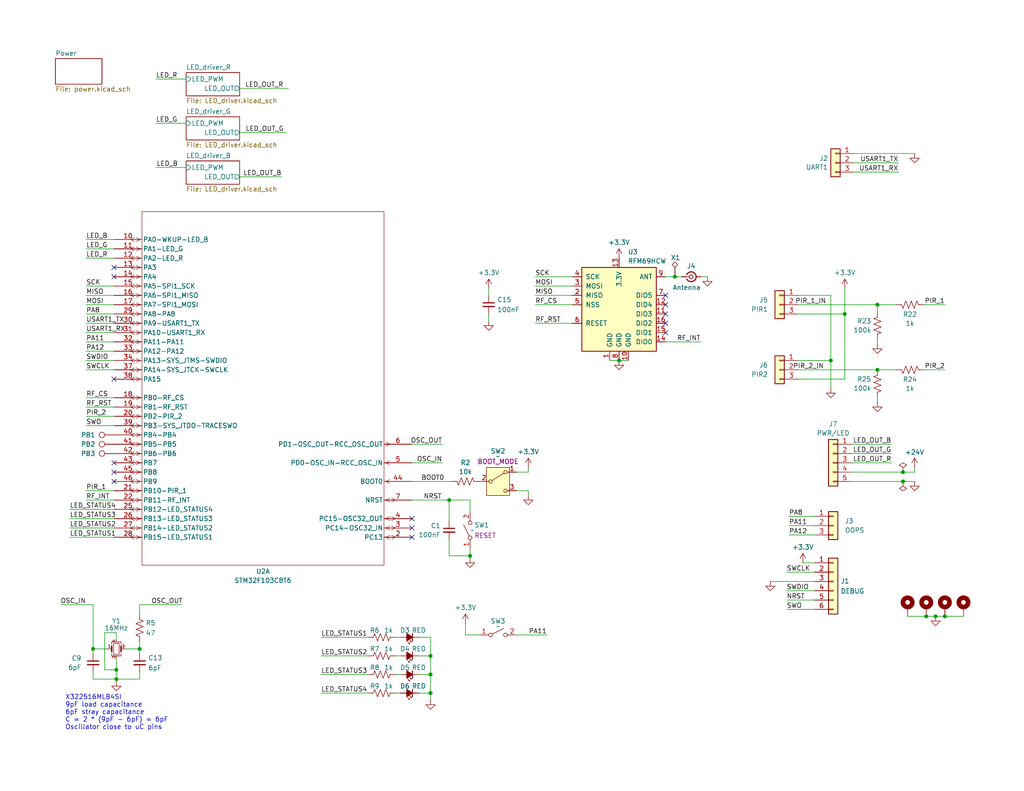
<source format=kicad_sch>
(kicad_sch (version 20231120) (generator "eeschema") (generator_version "8.0")
  (paper "USLetter")
  (title_block (title "AUNISOMA panel controller") (rev "D"))
  (lib_symbols
    (symbol "2024-08-28_21-29-22:STM32F103C8T6" (pin_names (offset 0.254))
      (property "Reference" "U5" (at 40.64 -90.5871 0))
      (property "Value" "STM32F103C8T6" (at 40.64 -93.0724 0))
      (symbol "STM32F103C8T6_1_1"
        (pin output line (at 0 0 0) (length 7.62) (name "PA0-WKUP-LED_B") (number "10"))
        (pin output line (at 0 -2.54 0) (length 7.62) (name "PA1-LED_G") (number "11"))
        (pin output line (at 0 -5.08 0) (length 7.62) (name "PA2-LED_R") (number "12"))
        (pin bidirectional line (at 0 -7.62 0) (length 7.62) (name "PA3") (number "13"))
        (pin output line (at 0 -10.16 0) (length 7.62) (name "PA4") (number "14"))
        (pin output line (at 0 -12.7 0) (length 7.62) (name "PA5-SPI1_SCK") (number "15"))
        (pin input line (at 0 -15.24 0) (length 7.62) (name "PA6-SPI1_MISO") (number "16"))
        (pin output line (at 0 -17.78 0) (length 7.62) (name "PA7-SPI1_MOSI") (number "17"))
        (pin output line (at 0 -43.18 0) (length 7.62) (name "PB0-RF_CS") (number "18"))
        (pin output line (at 0 -45.72 0) (length 7.62) (name "PB1-RF_RST") (number "19"))
        (pin bidirectional line (at 81.28 -81.28 180) (length 7.62) (name "PC13") (number "2"))
        (pin input line (at 0 -48.26 0) (length 7.62) (name "PB2-PIR_2") (number "20"))
        (pin input line (at 0 -68.58 0) (length 7.62) (name "PB10-PIR_1") (number "21"))
        (pin input line (at 0 -71.12 0) (length 7.62) (name "PB11-RF_INT") (number "22"))
        (pin output line (at 0 -73.66 0) (length 7.62) (name "PB12-LED_STATUS4") (number "25"))
        (pin output line (at 0 -76.2 0) (length 7.62) (name "PB13-LED_STATUS3") (number "26"))
        (pin output line (at 0 -78.74 0) (length 7.62) (name "PB14-LED_STATUS2") (number "27"))
        (pin output line (at 0 -81.28 0) (length 7.62) (name "PB15-LED_STATUS1") (number "28"))
        (pin output line (at 0 -20.32 0) (length 7.62) (name "PA8-PA8") (number "29"))
        (pin bidirectional line (at 81.28 -78.74 180) (length 7.62) (name "PC14-OSC32_IN") (number "3"))
        (pin output line (at 0 -22.86 0) (length 7.62) (name "PA9-USART1_TX") (number "30"))
        (pin input line (at 0 -25.4 0) (length 7.62) (name "PA10-USART1_RX") (number "31"))
        (pin output line (at 0 -27.94 0) (length 7.62) (name "PA11-PA11") (number "32"))
        (pin output line (at 0 -30.48 0) (length 7.62) (name "PA12-PA12") (number "33"))
        (pin bidirectional line (at 0 -33.02 0) (length 7.62) (name "PA13-SYS_JTMS-SWDIO") (number "34"))
        (pin input line (at 0 -35.56 0) (length 7.62) (name "PA14-SYS_JTCK-SWCLK") (number "37"))
        (pin bidirectional line (at 0 -38.1 0) (length 7.62) (name "PA15") (number "38"))
        (pin output line (at 0 -50.8 0) (length 7.62) (name "PB3-SYS_JTDO-TRACESWO") (number "39"))
        (pin bidirectional line (at 81.28 -76.2 180) (length 7.62) (name "PC15-OSC32_OUT") (number "4"))
        (pin output line (at 0 -53.34 0) (length 7.62) (name "PB4-PB4") (number "40"))
        (pin output line (at 0 -55.88 0) (length 7.62) (name "PB5-PB5") (number "41"))
        (pin output line (at 0 -58.42 0) (length 7.62) (name "PB6-PB6") (number "42"))
        (pin bidirectional line (at 0 -60.96 0) (length 7.62) (name "PB7") (number "43"))
        (pin input line (at 81.28 -66.04 180) (length 7.62) (name "BOOT0") (number "44"))
        (pin bidirectional line (at 0 -63.5 0) (length 7.62) (name "PB8") (number "45"))
        (pin bidirectional line (at 0 -66.04 0) (length 7.62) (name "PB9") (number "46"))
        (pin bidirectional line (at 81.28 -60.96 180) (length 7.62) (name "PD0-OSC_IN-RCC_OSC_IN") (number "5"))
        (pin bidirectional line (at 81.28 -55.88 180) (length 7.62) (name "PD1-OSC_OUT-RCC_OSC_OUT") (number "6"))
        (pin bidirectional line (at 81.28 -71.12 180) (length 7.62) (name "NRST") (number "7"))
      )
      (symbol "STM32F103C8T6_2_1"
        (pin power_in line (at 45.72 0 180) (length 7.62) (name "VBAT") (number "1"))
        (pin power_in line (at 0 0 0) (length 7.62) (name "VSS_1") (number "23"))
        (pin power_in line (at 45.72 -15.24 180) (length 7.62) (name "VDD_1") (number "24"))
        (pin power_in line (at 0 -2.54 0) (length 7.62) (name "VSS_2") (number "35"))
        (pin power_in line (at 45.72 -12.7 180) (length 7.62) (name "VDD_2") (number "36"))
        (pin power_in line (at 0 -5.08 0) (length 7.62) (name "VSS_3") (number "47"))
        (pin power_in line (at 45.72 -10.16 180) (length 7.62) (name "VDD_3") (number "48"))
        (pin power_in line (at 0 -10.16 0) (length 7.62) (name "VSSA") (number "8"))
        (pin power_in line (at 45.72 -5.08 180) (length 7.62) (name "VDDA") (number "9"))
      )
    )
    (symbol "Connector:Conn_Coaxial_Small" (pin_numbers hide) (pin_names (offset 1.016) hide)
      (property "Reference" "J" (at 0.254 3.048 0))
      (property "Value" "Conn_Coaxial_Small" (at 0 -3.81 0))
      (symbol "Conn_Coaxial_Small_1_1"
        (pin passive line (at -2.54 0 0) (length 1.27) (name "In") (number "1"))
        (pin passive line (at 2.54 0 180) (length 1.27) (name "Ext") (number "2"))
      )
    )
    (symbol "Connector:TestPoint" (pin_numbers hide) (pin_names (offset 0.762) hide)
      (property "Reference" "TP" (at 0 6.858 0))
      (property "Value" "TestPoint" (at 0 5.08 0))
      (symbol "TestPoint_1_1"
        (pin passive line (at 0 0 90) (length 2.54) (name "1") (number "1"))
      )
    )
    (symbol "Connector:TestPoint_Alt" (pin_numbers hide) (pin_names (offset 0.762) hide)
      (property "Reference" "TP" (at 0 6.858 0))
      (property "Value" "TestPoint_Alt" (at 0 5.08 0))
      (symbol "TestPoint_Alt_1_1"
        (pin passive line (at 0 0 90) (length 2.54) (name "1") (number "1"))
      )
    )
    (symbol "Connector_Generic:Conn_01x03" (pin_names (offset 1.016) hide)
      (property "Reference" "J" (at 0 5.08 0))
      (property "Value" "Conn_01x03" (at 0 -5.08 0))
      (symbol "Conn_01x03_1_1"
        (pin passive line (at -5.08 2.54 0) (length 3.81) (name "Pin_1") (number "1"))
        (pin passive line (at -5.08 0 0) (length 3.81) (name "Pin_2") (number "2"))
        (pin passive line (at -5.08 -2.54 0) (length 3.81) (name "Pin_3") (number "3"))
      )
    )
    (symbol "Connector_Generic:Conn_01x05" (pin_names (offset 1.016) hide)
      (property "Reference" "J" (at 0 7.62 0))
      (property "Value" "Conn_01x05" (at 0 -7.62 0))
      (symbol "Conn_01x05_1_1"
        (pin passive line (at -5.08 5.08 0) (length 3.81) (name "Pin_1") (number "1"))
        (pin passive line (at -5.08 2.54 0) (length 3.81) (name "Pin_2") (number "2"))
        (pin passive line (at -5.08 0 0) (length 3.81) (name "Pin_3") (number "3"))
        (pin passive line (at -5.08 -2.54 0) (length 3.81) (name "Pin_4") (number "4"))
        (pin passive line (at -5.08 -5.08 0) (length 3.81) (name "Pin_5") (number "5"))
      )
    )
    (symbol "Connector_Generic:Conn_01x06" (pin_names (offset 1.016) hide)
      (property "Reference" "J" (at 0 7.62 0))
      (property "Value" "Conn_01x06" (at 0 -10.16 0))
      (symbol "Conn_01x06_1_1"
        (pin passive line (at -5.08 5.08 0) (length 3.81) (name "Pin_1") (number "1"))
        (pin passive line (at -5.08 2.54 0) (length 3.81) (name "Pin_2") (number "2"))
        (pin passive line (at -5.08 0 0) (length 3.81) (name "Pin_3") (number "3"))
        (pin passive line (at -5.08 -2.54 0) (length 3.81) (name "Pin_4") (number "4"))
        (pin passive line (at -5.08 -5.08 0) (length 3.81) (name "Pin_5") (number "5"))
        (pin passive line (at -5.08 -7.62 0) (length 3.81) (name "Pin_6") (number "6"))
      )
    )
    (symbol "Device:C_Small" (pin_numbers hide) (pin_names (offset 0.254) hide)
      (property "Reference" "C" (at 0.254 1.778 0))
      (property "Value" "C_Small" (at 0.254 -2.032 0))
      (symbol "C_Small_1_1"
        (pin passive line (at 0 2.54 270) (length 2.032) (name "~") (number "1"))
        (pin passive line (at 0 -2.54 90) (length 2.032) (name "~") (number "2"))
      )
    )
    (symbol "Device:Crystal_GND24_Small" (pin_names (offset 1.016) hide)
      (property "Reference" "Y" (at 1.27 4.445 0))
      (property "Value" "Crystal_GND24_Small" (at 1.27 2.54 0))
      (symbol "Crystal_GND24_Small_1_1"
        (pin passive line (at -2.54 0 0) (length 1.27) (name "1") (number "1"))
        (pin passive line (at 0 -2.54 90) (length 0.635) (name "2") (number "2"))
        (pin passive line (at 2.54 0 180) (length 1.27) (name "3") (number "3"))
        (pin passive line (at 0 2.54 270) (length 0.635) (name "4") (number "4"))
      )
    )
    (symbol "Device:LED_Small_Filled" (pin_numbers hide) (pin_names (offset 0.254) hide)
      (property "Reference" "D" (at -1.27 3.175 0))
      (property "Value" "LED_Small_Filled" (at -4.445 -2.54 0))
      (symbol "LED_Small_Filled_1_1"
        (pin passive line (at -2.54 0 0) (length 1.778) (name "K") (number "1"))
        (pin passive line (at 2.54 0 180) (length 1.778) (name "A") (number "2"))
      )
    )
    (symbol "Device:R_US" (pin_numbers hide) (pin_names (offset 0))
      (property "Reference" "R" (at 2.54 0 90))
      (property "Value" "R_US" (at -2.54 0 90))
      (symbol "R_US_1_1"
        (pin passive line (at 0 3.81 270) (length 1.27) (name "~") (number "1"))
        (pin passive line (at 0 -3.81 90) (length 1.27) (name "~") (number "2"))
      )
    )
    (symbol "Mechanical:MountingHole_Pad" (pin_numbers hide) (pin_names (offset 1.016) hide) (exclude_from_sim yes) (in_bom no)
      (property "Reference" "H" (at 0 6.35 0))
      (property "Value" "MountingHole_Pad" (at 0 4.445 0))
      (symbol "MountingHole_Pad_1_1"
        (pin input line (at 0 -2.54 90) (length 2.54) (name "1") (number "1"))
      )
    )
    (symbol "RF_Module:RFM69HCW" (pin_names (offset 1.016))
      (property "Reference" "U" (at -10.414 11.684 0))
      (property "Value" "RFM69HCW" (at 1.524 11.43 0))
      (symbol "RFM69HCW_1_1"
        (pin power_in line (at -2.54 -15.24 90) (length 2.54) (name "GND") (number "1"))
        (pin power_in line (at 2.54 -15.24 90) (length 2.54) (name "GND") (number "10"))
        (pin bidirectional line (at 12.7 -2.54 180) (length 2.54) (name "DIO3") (number "11"))
        (pin bidirectional line (at 12.7 0 180) (length 2.54) (name "DIO4") (number "12"))
        (pin power_in line (at 0 12.7 270) (length 2.54) (name "3.3V") (number "13"))
        (pin bidirectional line (at 12.7 -10.16 180) (length 2.54) (name "DIO0") (number "14"))
        (pin bidirectional line (at 12.7 -7.62 180) (length 2.54) (name "DIO1") (number "15"))
        (pin bidirectional line (at 12.7 -5.08 180) (length 2.54) (name "DIO2") (number "16"))
        (pin output line (at -12.7 2.54 0) (length 2.54) (name "MISO") (number "2"))
        (pin input line (at -12.7 5.08 0) (length 2.54) (name "MOSI") (number "3"))
        (pin input line (at -12.7 7.62 0) (length 2.54) (name "SCK") (number "4"))
        (pin input line (at -12.7 0 0) (length 2.54) (name "NSS") (number "5"))
        (pin bidirectional line (at -12.7 -5.08 0) (length 2.54) (name "RESET") (number "6"))
        (pin bidirectional line (at 12.7 2.54 180) (length 2.54) (name "DIO5") (number "7"))
        (pin power_in line (at 0 -15.24 90) (length 2.54) (name "GND") (number "8"))
        (pin bidirectional line (at 12.7 7.62 180) (length 2.54) (name "ANT") (number "9"))
      )
    )
    (symbol "Switch:SW_SPDT" (pin_names (offset 0) hide)
      (property "Reference" "SW" (at 0 5.08 0))
      (property "Value" "SW_SPDT" (at 0 -5.08 0))
      (symbol "SW_SPDT_1_1"
        (pin passive line (at 5.08 2.54 180) (length 2.54) (name "A") (number "1"))
        (pin passive line (at -5.08 0 0) (length 2.54) (name "B") (number "2"))
        (pin passive line (at 5.08 -2.54 180) (length 2.54) (name "C") (number "3"))
      )
    )
    (symbol "Switch:SW_SPST" (pin_names (offset 0) hide)
      (property "Reference" "SW" (at 0 3.175 0))
      (property "Value" "SW_SPST" (at 0 -2.54 0))
      (symbol "SW_SPST_1_1"
        (pin passive line (at -5.08 0 0) (length 2.54) (name "A") (number "1"))
        (pin passive line (at 5.08 0 180) (length 2.54) (name "B") (number "2"))
      )
    )
    (symbol "power:+24V" (power) (pin_numbers hide) (pin_names (offset 0) hide)
      (property "Value" "+24V" (at 0 3.556 0))
      (symbol "+24V_1_1"
        (pin power_in line (at 0 0 90) (length 0) (name "~") (number "1"))
      )
    )
    (symbol "power:+3.3V" (power) (pin_numbers hide) (pin_names (offset 0) hide)
      (property "Value" "+3.3V" (at 0 3.556 0))
      (symbol "+3.3V_1_1"
        (pin power_in line (at 0 0 90) (length 0) (name "~") (number "1"))
      )
    )
    (symbol "power:GND" (power) (pin_numbers hide) (pin_names (offset 0) hide)
      (property "Value" "GND" (at 0 -3.81 0))
      (symbol "GND_1_1"
        (pin power_in line (at 0 0 270) (length 0) (name "~") (number "1"))
      )
    )
    (symbol "power:PWR_FLAG" (power) (pin_numbers hide) (pin_names (offset 0) hide)
      (property "Value" "PWR_FLAG" (at 0 3.81 0))
      (symbol "PWR_FLAG_0_0"
        (pin power_out line (at 0 0 90) (length 0) (name "~") (number "1"))
      )
    )
  )
  (junction (at 226.695 98.425))
  (junction (at 252.73 168.275))
  (junction (at 168.91 98.425))
  (junction (at 31.75 182.88))
  (junction (at 117.475 184.15))
  (junction (at 25.4 177.165))
  (junction (at 246.38 128.905))
  (junction (at 255.27 168.275))
  (junction (at 246.38 131.445))
  (junction (at 38.1 177.165))
  (junction (at 117.475 189.23))
  (junction (at 239.395 100.965))
  (junction (at 122.555 136.525))
  (junction (at 257.81 168.275))
  (junction (at 239.395 83.185))
  (junction (at 117.475 179.07))
  (junction (at 128.27 151.765))
  (junction (at 31.75 185.42))
  (junction (at 230.505 85.725))
  (junction (at 184.15 75.565))
  (no_connect (at 181.61 88.265))
  (no_connect (at 31.115 126.365))
  (no_connect (at 181.61 85.725))
  (no_connect (at 31.115 128.905))
  (no_connect (at 112.395 146.685))
  (no_connect (at 31.115 103.505))
  (no_connect (at 31.115 75.565))
  (no_connect (at 112.395 141.605))
  (no_connect (at 181.61 90.805))
  (no_connect (at 181.61 83.185))
  (no_connect (at 181.61 80.645))
  (no_connect (at 31.115 73.025))
  (no_connect (at 112.395 144.145))
  (no_connect (at 31.115 131.445))
  (wire (pts (xy 19.05 146.685) (xy 31.115 146.685)))
  (wire (pts (xy 34.29 177.165) (xy 38.1 177.165)))
  (wire (pts (xy 133.35 85.725) (xy 133.35 87.63)))
  (wire (pts (xy 130.81 173.355) (xy 127 173.355)))
  (wire (pts (xy 31.75 172.72) (xy 28.575 172.72)))
  (wire (pts (xy 128.27 136.525) (xy 128.27 139.7)))
  (wire (pts (xy 31.75 182.88) (xy 31.75 185.42)))
  (wire (pts (xy 38.1 165.1) (xy 38.1 167.64)))
  (wire (pts (xy 232.41 131.445) (xy 246.38 131.445)))
  (wire (pts (xy 144.145 135.255) (xy 144.145 133.985)))
  (wire (pts (xy 255.27 168.275) (xy 257.81 168.275)))
  (wire (pts (xy 181.61 75.565) (xy 184.15 75.565)))
  (wire (pts (xy 38.1 165.1) (xy 49.53 165.1)))
  (wire (pts (xy 249.555 127.635) (xy 249.555 128.905)))
  (wire (pts (xy 23.495 108.585) (xy 31.115 108.585)))
  (wire (pts (xy 114.3 184.15) (xy 117.475 184.15)))
  (wire (pts (xy 239.395 92.71) (xy 239.395 93.98)))
  (wire (pts (xy 23.495 80.645) (xy 31.115 80.645)))
  (wire (pts (xy 65.405 36.195) (xy 78.105 36.195)))
  (wire (pts (xy 31.75 179.705) (xy 31.75 182.88)))
  (wire (pts (xy 166.37 98.425) (xy 168.91 98.425)))
  (wire (pts (xy 252.095 83.185) (xy 257.81 83.185)))
  (wire (pts (xy 215.265 146.05) (xy 222.25 146.05)))
  (wire (pts (xy 239.395 85.09) (xy 239.395 83.185)))
  (wire (pts (xy 226.695 106.045) (xy 226.695 98.425)))
  (wire (pts (xy 122.555 151.765) (xy 128.27 151.765)))
  (wire (pts (xy 65.405 48.26) (xy 76.835 48.26)))
  (wire (pts (xy 214.63 156.21) (xy 222.25 156.21)))
  (wire (pts (xy 19.05 144.145) (xy 31.115 144.145)))
  (wire (pts (xy 19.05 139.065) (xy 31.115 139.065)))
  (wire (pts (xy 217.805 85.725) (xy 230.505 85.725)))
  (wire (pts (xy 23.495 98.425) (xy 31.115 98.425)))
  (wire (pts (xy 23.495 133.985) (xy 31.115 133.985)))
  (wire (pts (xy 146.05 75.565) (xy 156.21 75.565)))
  (wire (pts (xy 38.1 175.26) (xy 38.1 177.165)))
  (wire (pts (xy 245.11 46.99) (xy 233.045 46.99)))
  (wire (pts (xy 38.1 177.165) (xy 38.1 178.435)))
  (wire (pts (xy 128.27 149.86) (xy 128.27 151.765)))
  (wire (pts (xy 252.73 168.275) (xy 255.27 168.275)))
  (wire (pts (xy 28.575 172.72) (xy 28.575 182.88)))
  (wire (pts (xy 114.3 173.99) (xy 117.475 173.99)))
  (wire (pts (xy 252.095 100.965) (xy 257.81 100.965)))
  (wire (pts (xy 193.04 75.565) (xy 191.135 75.565)))
  (wire (pts (xy 65.405 24.13) (xy 78.74 24.13)))
  (wire (pts (xy 168.91 98.425) (xy 171.45 98.425)))
  (wire (pts (xy 23.495 113.665) (xy 31.115 113.665)))
  (wire (pts (xy 230.505 78.74) (xy 230.505 85.725)))
  (wire (pts (xy 87.63 179.07) (xy 100.33 179.07)))
  (wire (pts (xy 23.495 100.965) (xy 31.115 100.965)))
  (wire (pts (xy 38.1 185.42) (xy 38.1 183.515)))
  (wire (pts (xy 144.145 133.985) (xy 140.97 133.985)))
  (wire (pts (xy 219.075 153.67) (xy 222.25 153.67)))
  (wire (pts (xy 42.545 21.59) (xy 50.8 21.59)))
  (wire (pts (xy 128.27 151.765) (xy 128.27 152.4)))
  (wire (pts (xy 217.805 98.425) (xy 226.695 98.425)))
  (wire (pts (xy 133.35 78.74) (xy 133.35 80.645)))
  (wire (pts (xy 23.495 70.485) (xy 31.115 70.485)))
  (wire (pts (xy 239.395 83.185) (xy 244.475 83.185)))
  (wire (pts (xy 107.95 189.23) (xy 109.22 189.23)))
  (wire (pts (xy 87.63 189.23) (xy 100.33 189.23)))
  (wire (pts (xy 16.51 165.1) (xy 25.4 165.1)))
  (wire (pts (xy 25.4 177.165) (xy 25.4 178.435)))
  (wire (pts (xy 112.395 131.445) (xy 123.19 131.445)))
  (wire (pts (xy 42.545 45.72) (xy 50.8 45.72)))
  (wire (pts (xy 156.21 88.265) (xy 146.05 88.265)))
  (wire (pts (xy 42.545 33.655) (xy 50.8 33.655)))
  (wire (pts (xy 232.41 126.365) (xy 243.205 126.365)))
  (wire (pts (xy 107.95 173.99) (xy 109.22 173.99)))
  (wire (pts (xy 31.115 136.525) (xy 23.495 136.525)))
  (wire (pts (xy 23.495 65.405) (xy 31.115 65.405)))
  (wire (pts (xy 25.4 185.42) (xy 25.4 183.515)))
  (wire (pts (xy 117.475 173.99) (xy 117.475 179.07)))
  (wire (pts (xy 117.475 184.15) (xy 117.475 189.23)))
  (wire (pts (xy 140.97 173.355) (xy 149.225 173.355)))
  (wire (pts (xy 107.95 179.07) (xy 109.22 179.07)))
  (wire (pts (xy 23.495 90.805) (xy 31.115 90.805)))
  (wire (pts (xy 249.555 41.91) (xy 233.045 41.91)))
  (wire (pts (xy 214.63 163.83) (xy 222.25 163.83)))
  (wire (pts (xy 23.495 67.945) (xy 31.115 67.945)))
  (wire (pts (xy 122.555 147.32) (xy 122.555 151.765)))
  (wire (pts (xy 214.63 161.29) (xy 222.25 161.29)))
  (wire (pts (xy 23.495 93.345) (xy 31.115 93.345)))
  (wire (pts (xy 144.145 128.905) (xy 140.97 128.905)))
  (wire (pts (xy 23.495 85.725) (xy 31.115 85.725)))
  (wire (pts (xy 239.395 108.585) (xy 239.395 109.855)))
  (wire (pts (xy 217.805 83.185) (xy 239.395 83.185)))
  (wire (pts (xy 146.05 83.185) (xy 156.21 83.185)))
  (wire (pts (xy 122.555 136.525) (xy 128.27 136.525)))
  (wire (pts (xy 246.38 128.905) (xy 249.555 128.905)))
  (wire (pts (xy 87.63 184.15) (xy 100.33 184.15)))
  (wire (pts (xy 112.395 136.525) (xy 122.555 136.525)))
  (wire (pts (xy 146.05 78.105) (xy 156.21 78.105)))
  (wire (pts (xy 31.75 174.625) (xy 31.75 172.72)))
  (wire (pts (xy 19.05 141.605) (xy 31.115 141.605)))
  (wire (pts (xy 210.185 158.75) (xy 222.25 158.75)))
  (wire (pts (xy 122.555 136.525) (xy 122.555 142.24)))
  (wire (pts (xy 120.65 121.285) (xy 112.395 121.285)))
  (wire (pts (xy 114.3 189.23) (xy 117.475 189.23)))
  (wire (pts (xy 25.4 185.42) (xy 31.75 185.42)))
  (wire (pts (xy 25.4 177.165) (xy 29.21 177.165)))
  (wire (pts (xy 247.65 168.275) (xy 252.73 168.275)))
  (wire (pts (xy 246.38 131.445) (xy 249.555 131.445)))
  (wire (pts (xy 107.95 184.15) (xy 109.22 184.15)))
  (wire (pts (xy 232.41 123.825) (xy 243.205 123.825)))
  (wire (pts (xy 23.495 88.265) (xy 31.115 88.265)))
  (wire (pts (xy 184.15 75.565) (xy 186.055 75.565)))
  (wire (pts (xy 114.3 179.07) (xy 117.475 179.07)))
  (wire (pts (xy 181.61 93.345) (xy 191.135 93.345)))
  (wire (pts (xy 31.115 111.125) (xy 23.495 111.125)))
  (wire (pts (xy 232.41 128.905) (xy 246.38 128.905)))
  (wire (pts (xy 117.475 179.07) (xy 117.475 184.15)))
  (wire (pts (xy 217.805 80.645) (xy 226.695 80.645)))
  (wire (pts (xy 226.695 80.645) (xy 226.695 98.425)))
  (wire (pts (xy 127 170.18) (xy 127 173.355)))
  (wire (pts (xy 257.81 168.275) (xy 262.89 168.275)))
  (wire (pts (xy 146.05 80.645) (xy 156.21 80.645)))
  (wire (pts (xy 215.265 140.97) (xy 222.25 140.97)))
  (wire (pts (xy 23.495 116.205) (xy 31.115 116.205)))
  (wire (pts (xy 232.41 121.285) (xy 243.205 121.285)))
  (wire (pts (xy 31.75 186.055) (xy 31.75 185.42)))
  (wire (pts (xy 117.475 189.23) (xy 117.475 191.135)))
  (wire (pts (xy 214.63 166.37) (xy 222.25 166.37)))
  (wire (pts (xy 239.395 100.965) (xy 244.475 100.965)))
  (wire (pts (xy 215.265 143.51) (xy 222.25 143.51)))
  (wire (pts (xy 230.505 85.725) (xy 230.505 103.505)))
  (wire (pts (xy 217.805 103.505) (xy 230.505 103.505)))
  (wire (pts (xy 23.495 83.185) (xy 31.115 83.185)))
  (wire (pts (xy 120.65 126.365) (xy 112.395 126.365)))
  (wire (pts (xy 23.495 95.885) (xy 31.115 95.885)))
  (wire (pts (xy 217.805 100.965) (xy 239.395 100.965)))
  (wire (pts (xy 144.145 127.635) (xy 144.145 128.905)))
  (wire (pts (xy 23.495 78.105) (xy 31.115 78.105)))
  (wire (pts (xy 245.11 44.45) (xy 233.045 44.45)))
  (wire (pts (xy 31.75 185.42) (xy 38.1 185.42)))
  (wire (pts (xy 28.575 182.88) (xy 31.75 182.88)))
  (wire (pts (xy 25.4 165.1) (xy 25.4 177.165)))
  (wire (pts (xy 87.63 173.99) (xy 100.33 173.99)))
  (text "X322516MLB4SI\n9pF load capacitance\n6pF stray capacitance\nC = 2 * (9pF - 6pF) = 6pF\nOscillator close to uC pins" (at 17.78 199.39 0) (effects (font (size 1.27 1.27)) (justify left bottom)))
  (label "PIR_2" (at 257.81 100.965 180))
  (label "PIR_2" (at 23.495 113.665 0))
  (label "NRST" (at 214.63 163.83 0))
  (label "RF_RST" (at 146.05 88.265 0))
  (label "SWDIO" (at 23.495 98.425 0))
  (label "LED_G" (at 42.545 33.655 0))
  (label "LED_STATUS2" (at 19.05 144.145 0))
  (label "LED_OUT_R" (at 243.205 126.365 180))
  (label "LED_G" (at 23.495 67.945 0))
  (label "PIR_1" (at 23.495 133.985 0))
  (label "USART1_RX" (at 23.495 90.805 0))
  (label "PA11" (at 23.495 93.345 0))
  (label "MOSI" (at 146.05 78.105 0))
  (label "SWO" (at 23.495 116.205 0))
  (label "LED_OUT_B" (at 243.205 121.285 180))
  (label "RF_CS" (at 146.05 83.185 0))
  (label "SWCLK" (at 214.63 156.21 0))
  (label "LED_STATUS1" (at 19.05 146.685 0))
  (label "OSC_OUT" (at 120.65 121.285 180))
  (label "NRST" (at 115.57 136.525 0))
  (label "LED_STATUS4" (at 19.05 139.065 0))
  (label "LED_STATUS3" (at 87.63 184.15 0))
  (label "LED_B" (at 23.495 65.405 0))
  (label "PA11" (at 215.265 143.51 0))
  (label "PIR_2_IN" (at 224.79 100.965 180))
  (label "LED_B" (at 42.672 45.72 0))
  (label "OSC_OUT" (at 41.275 165.1 0))
  (label "OSC_IN" (at 16.51 165.1 0))
  (label "SCK" (at 23.495 78.105 0))
  (label "PA8" (at 215.265 140.97 0))
  (label "SWDIO" (at 214.63 161.29 0))
  (label "LED_OUT_G" (at 243.205 123.825 180))
  (label "LED_STATUS2" (at 87.63 179.07 0))
  (label "RF_INT" (at 191.135 93.345 180))
  (label "USART1_TX" (at 245.11 44.45 180))
  (label "PA8" (at 23.495 85.725 0))
  (label "LED_R" (at 23.495 70.485 0))
  (label "RF_RST" (at 23.495 111.125 0))
  (label "SWO" (at 214.63 166.37 0))
  (label "PA12" (at 23.495 95.885 0))
  (label "LED_OUT_B" (at 76.835 48.26 180))
  (label "LED_OUT_G" (at 77.47 36.195 180))
  (label "MISO" (at 146.05 80.645 0))
  (label "RF_INT" (at 23.495 136.525 0))
  (label "LED_STATUS4" (at 87.63 189.23 0))
  (label "SCK" (at 146.05 75.565 0))
  (label "PIR_1" (at 257.81 83.185 180))
  (label "PA12" (at 215.265 146.05 0))
  (label "USART1_RX" (at 245.11 46.99 180))
  (label "RF_CS" (at 23.495 108.585 0))
  (label "USART1_TX" (at 23.495 88.265 0))
  (label "LED_STATUS3" (at 19.05 141.605 0))
  (label "BOOT0" (at 114.935 131.445 0))
  (label "OSC_IN" (at 120.65 126.365 180))
  (label "LED_STATUS1" (at 87.63 173.99 0))
  (label "MOSI" (at 23.495 83.185 0))
  (label "LED_OUT_R" (at 77.343 24.13 180))
  (label "SWCLK" (at 23.495 100.965 0))
  (label "LED_R" (at 42.545 21.59 0))
  (label "MISO" (at 23.495 80.645 0))
  (label "PIR_1_IN" (at 225.425 83.185 180))
  (label "PA11" (at 149.225 173.355 180))
  (symbol (lib_id "Mechanical:MountingHole_Pad") (at 257.81 165.735 0) (unit 1) (in_bom no)
    (property "Reference" "H2" (effects (hide yes)))
    (property "Value" "MountingHole_Pad" (effects (hide yes)))
    (property "Footprint" "MountingHole:MountingHole_3.2mm_M3_Pad_Via" (effects (hide yes)))
    (property "Description" "Mounting Hole with connection" (effects (hide yes)))
  )
  (symbol (lib_id "Device:R_US") (at 104.14 189.23 270) (unit 1)
    (property "Reference" "R9" (at 102.235 187.325 90))
    (property "Value" "1k" (at 106.045 187.325 90))
    (property "Footprint" "Resistor_SMD:R_0603_1608Metric" (effects (hide yes)))
    (property "Description" "Resistor, US symbol" (effects (hide yes)))
    (property "LCSC" "C8218" (effects (hide yes)))
  )
  (symbol (lib_id "power:GND") (at 193.04 75.565 0) (unit 1)
    (property "Reference" "#PWR06" (effects (hide yes)))
    (property "Value" "GND" (effects (hide yes)))
    (property "Description" "Power symbol creates a global label with name \"GND\" , ground" (effects (hide yes)))
  )
  (symbol (lib_id "Device:R_US") (at 239.395 104.775 0) (mirror x) (unit 1)
    (property "Reference" "R25" (at 237.744 103.5323 0) (effects (justify right)))
    (property "Value" "100k" (at 237.744 106.0176 0) (effects (justify right)))
    (property "Footprint" "Resistor_SMD:R_0603_1608Metric" (effects (hide yes)))
    (property "Description" "Resistor, US symbol" (effects (hide yes)))
    (property "LCSC" "C25803" (effects (hide yes)))
  )
  (symbol (lib_id "Device:C_Small") (at 25.4 180.975 0) (unit 1)
    (property "Reference" "C9" (at 22.225 179.7112 0) (effects (justify right)))
    (property "Value" "6pF" (at 22.225 182.2512 0) (effects (justify right)))
    (property "Footprint" "Capacitor_SMD:C_0603_1608Metric" (effects (hide yes)))
    (property "Description" "Unpolarized capacitor, small symbol" (effects (hide yes)))
    (property "LCSC" "C37474" (effects (hide yes)))
  )
  (symbol (lib_id "power:PWR_FLAG") (at 246.38 131.445 180) (unit 1)
    (property "Reference" "#FLG04" (effects (hide yes)))
    (property "Value" "PWR_FLAG" (effects (hide yes)))
    (property "Description" "Special symbol for telling ERC where power comes from" (effects (hide yes)))
  )
  (symbol (lib_id "Device:LED_Small_Filled") (at 111.76 173.99 180) (unit 1)
    (property "Reference" "D3" (at 110.49 172.085 0))
    (property "Value" "RED" (at 114.3 172.085 0))
    (property "Footprint" "LED_SMD:LED_0805_2012Metric" (effects (hide yes)))
    (property "Description" "Light emitting diode, small symbol, filled shape" (effects (hide yes)))
    (property "JCSC Part #" "C2297" (effects (hide yes)))
    (property "LCSC" "C84256" (effects (hide yes)))
  )
  (symbol (lib_id "power:+3.3V") (at 168.91 70.485 0) (unit 1)
    (property "Reference" "#PWR023" (effects (hide yes)))
    (property "Value" "+3.3V" (at 168.91 66.1924 0))
    (property "Description" "Power symbol creates a global label with name \"+3.3V\"" (effects (hide yes)))
  )
  (symbol (lib_id "Connector:TestPoint") (at 31.115 123.825 90) (mirror x) (unit 1) (in_bom no)
    (property "Reference" "PB3" (at 26.035 123.825 90) (effects (justify left)))
    (property "Value" "TestPoint" (effects (hide yes)))
    (property "Footprint" "TestPoint:TestPoint_Pad_1.0x1.0mm" (effects (hide yes)))
    (property "Description" "test point" (effects (hide yes)))
  )
  (symbol (lib_id "Connector:TestPoint") (at 31.115 121.285 90) (mirror x) (unit 1) (in_bom no)
    (property "Reference" "PB2" (at 26.035 121.285 90) (effects (justify left)))
    (property "Value" "TestPoint" (effects (hide yes)))
    (property "Footprint" "TestPoint:TestPoint_Pad_1.0x1.0mm" (effects (hide yes)))
    (property "Description" "test point" (effects (hide yes)))
  )
  (symbol (lib_id "Device:R_US") (at 104.14 184.15 270) (unit 1)
    (property "Reference" "R8" (at 102.235 182.245 90))
    (property "Value" "1k" (at 106.045 182.245 90))
    (property "Footprint" "Resistor_SMD:R_0603_1608Metric" (effects (hide yes)))
    (property "Description" "Resistor, US symbol" (effects (hide yes)))
    (property "LCSC" "C8218" (effects (hide yes)))
  )
  (symbol (lib_id "Mechanical:MountingHole_Pad") (at 252.73 165.735 0) (unit 1) (in_bom no)
    (property "Reference" "H3" (effects (hide yes)))
    (property "Value" "MountingHole_Pad" (effects (hide yes)))
    (property "Footprint" "MountingHole:MountingHole_3.2mm_M3_Pad_Via" (effects (hide yes)))
    (property "Description" "Mounting Hole with connection" (effects (hide yes)))
  )
  (symbol (lib_id "Device:Crystal_GND24_Small") (at 31.75 177.165 0) (unit 1)
    (property "Reference" "Y1" (at 31.75 169.545 0))
    (property "Value" "16MHz" (at 31.75 171.45 0))
    (property "Footprint" "Crystal_AKL:Crystal_SMD_3225-4Pin_3.2x2.5mm" (effects (hide yes)))
    (property "Description" "Four pin crystal, GND on pins 2 and 4, small symbol" (effects (hide yes)))
    (property "LCSC" "C13738" (effects (hide yes)))
  )
  (symbol (lib_id "2024-08-28_21-29-22:STM32F103C8T6") (at 31.115 65.405 0) (unit 1)
    (property "Reference" "U2" (at 71.755 155.9921 0))
    (property "Value" "STM32F103C8T6" (at 71.755 158.4774 0))
    (property "Footprint" "Package_QFP:LQFP-48_7x7mm_P0.5mm" (effects (hide yes)))
    (property "Datasheet" "STM32F103C8T6" (effects (hide yes)))
    (property "Description" "STMicroelectronics Arm Cortex-M3 MCU, 64KB flash, 20KB RAM, 72 MHz, 2.0-3.6V, 37 GPIO, LQFP48" (effects (hide yes)))
    (property "LCSC" "C8734" (effects (hide yes)))
  )
  (symbol (lib_id "Device:C_Small") (at 133.35 83.185 0) (unit 1)
    (property "Reference" "C15" (at 135.6741 81.8196 0) (effects (justify left)))
    (property "Value" "100nF" (at 135.6741 84.5629 0) (effects (justify left)))
    (property "Footprint" "Capacitor_SMD:C_0402_1005Metric" (effects (hide yes)))
    (property "Description" "Unpolarized capacitor, small symbol" (effects (hide yes)))
    (property "LCSC" "C1525" (effects (hide yes)))
  )
  (symbol (lib_id "power:GND") (at 249.555 41.91 0) (mirror y) (unit 1)
    (property "Reference" "#PWR020" (effects (hide yes)))
    (property "Value" "GND" (effects (hide yes)))
    (property "Description" "Power symbol creates a global label with name \"GND\" , ground" (effects (hide yes)))
  )
  (symbol (lib_id "Device:LED_Small_Filled") (at 111.76 189.23 180) (unit 1)
    (property "Reference" "D6" (at 110.49 187.325 0))
    (property "Value" "RED" (at 114.3 187.325 0))
    (property "Footprint" "LED_SMD:LED_0805_2012Metric" (effects (hide yes)))
    (property "Description" "Light emitting diode, small symbol, filled shape" (effects (hide yes)))
    (property "JCSC Part #" "C2297" (effects (hide yes)))
    (property "LCSC" "C84256" (effects (hide yes)))
  )
  (symbol (lib_id "Connector:TestPoint_Alt") (at 184.15 75.565 0) (unit 1) (in_bom no)
    (property "Reference" "X1" (at 183.007 70.358 0) (effects (justify left)))
    (property "Value" "Antenna" (at 183.515 78.486 0) (effects (justify left)))
    (property "Footprint" "TestPoint:TestPoint_THTPad_D2.0mm_Drill1.0mm" (effects (hide yes)))
    (property "Description" "test point (alternative shape)" (effects (hide yes)))
  )
  (symbol (lib_id "power:+3.3V") (at 219.075 153.67 0) (unit 1)
    (property "Reference" "#PWR010" (effects (hide yes)))
    (property "Value" "+3.3V" (at 219.075 149.3774 0))
    (property "Description" "Power symbol creates a global label with name \"+3.3V\"" (effects (hide yes)))
  )
  (symbol (lib_id "power:GND") (at 133.35 87.63 0) (unit 1)
    (property "Reference" "#PWR035" (effects (hide yes)))
    (property "Value" "GND" (effects (hide yes)))
    (property "Description" "Power symbol creates a global label with name \"GND\" , ground" (effects (hide yes)))
  )
  (symbol (lib_id "power:PWR_FLAG") (at 246.38 128.905 0) (mirror y) (unit 1)
    (property "Reference" "#FLG01" (effects (hide yes)))
    (property "Value" "PWR_FLAG" (effects (hide yes)))
    (property "Description" "Special symbol for telling ERC where power comes from" (effects (hide yes)))
  )
  (symbol (lib_id "Connector:TestPoint") (at 31.115 118.745 90) (mirror x) (unit 1) (in_bom no)
    (property "Reference" "PB1" (at 26.035 118.745 90) (effects (justify left)))
    (property "Value" "TestPoint" (effects (hide yes)))
    (property "Footprint" "TestPoint:TestPoint_Pad_1.0x1.0mm" (effects (hide yes)))
    (property "Description" "test point" (effects (hide yes)))
  )
  (symbol (lib_id "Device:C_Small") (at 122.555 144.78 0) (unit 1)
    (property "Reference" "C1" (at 120.231 143.5436 0) (effects (justify right)))
    (property "Value" "100nF" (at 120.231 146.0289 0) (effects (justify right)))
    (property "Footprint" "Capacitor_SMD:C_0402_1005Metric" (effects (hide yes)))
    (property "Description" "Unpolarized capacitor, small symbol" (effects (hide yes)))
    (property "LCSC" "C1525" (effects (hide yes)))
  )
  (symbol (lib_id "Device:R_US") (at 239.395 88.9 0) (mirror x) (unit 1)
    (property "Reference" "R23" (at 237.744 87.6573 0) (effects (justify right)))
    (property "Value" "100k" (at 237.744 90.1426 0) (effects (justify right)))
    (property "Footprint" "Resistor_SMD:R_0603_1608Metric" (effects (hide yes)))
    (property "Description" "Resistor, US symbol" (effects (hide yes)))
    (property "LCSC" "C25803" (effects (hide yes)))
  )
  (symbol (lib_id "Switch:SW_SPST") (at 135.89 173.355 0) (unit 1)
    (property "Reference" "SW3" (at 135.89 169.5724 0))
    (property "Value" "~" (at 135.89 171.0056 0))
    (property "Footprint" "MyFootprints:SW-SMD_4P-L5.1-W5.1-P3.70-LS6.5-TL-2" (effects (hide yes)))
    (property "Description" "Single Pole Single Throw (SPST) switch" (effects (hide yes)))
    (property "Function" "RESET" (effects (hide yes)))
  )
  (symbol (lib_id "Connector_Generic:Conn_01x03") (at 212.725 83.185 0) (mirror y) (unit 1)
    (property "Reference" "J5" (at 209.55 81.915 0) (effects (justify left)))
    (property "Value" "PIR1" (at 209.55 84.455 0) (effects (justify left)))
    (property "Footprint" "Connector_JST:JST_PH_B3B-PH-K_1x03_P2.00mm_Vertical" (effects (hide yes)))
    (property "Description" "Generic connector, single row, 01x03, script generated (kicad-library-utils/schlib/autogen/connector/)" (effects (hide yes)))
  )
  (symbol (lib_id "Connector_Generic:Conn_01x03") (at 227.33 143.51 0) (unit 1) (in_bom no)
    (property "Reference" "J3" (at 230.505 142.24 0) (effects (justify left)))
    (property "Value" "OOPS" (at 230.505 144.78 0) (effects (justify left)))
    (property "Footprint" "Connector_PinHeader_2.54mm:PinHeader_1x03_P2.54mm_Vertical" (effects (hide yes)))
    (property "Description" "Generic connector, single row, 01x03, script generated (kicad-library-utils/schlib/autogen/connector/)" (effects (hide yes)))
  )
  (symbol (lib_id "Device:LED_Small_Filled") (at 111.76 179.07 180) (unit 1)
    (property "Reference" "D4" (at 110.49 177.165 0))
    (property "Value" "RED" (at 114.3 177.165 0))
    (property "Footprint" "LED_SMD:LED_0805_2012Metric" (effects (hide yes)))
    (property "Description" "Light emitting diode, small symbol, filled shape" (effects (hide yes)))
    (property "JCSC Part #" "C2297" (effects (hide yes)))
    (property "LCSC" "C84256" (effects (hide yes)))
  )
  (symbol (lib_id "power:+3.3V") (at 230.505 78.74 0) (unit 1)
    (property "Reference" "#PWR04" (effects (hide yes)))
    (property "Value" "+3.3V" (at 230.505 74.4474 0))
    (property "Description" "Power symbol creates a global label with name \"+3.3V\"" (effects (hide yes)))
  )
  (symbol (lib_id "Device:R_US") (at 127 131.445 270) (mirror x) (unit 1)
    (property "Reference" "R2" (at 127 126.32 90))
    (property "Value" "10k" (at 127 128.8053 90))
    (property "Footprint" "Resistor_SMD:R_0603_1608Metric" (effects (hide yes)))
    (property "Description" "Resistor, US symbol" (effects (hide yes)))
    (property "LCSC" "C25804" (effects (hide yes)))
  )
  (symbol (lib_id "Connector_Generic:Conn_01x03") (at 227.965 44.45 0) (mirror y) (unit 1) (in_bom no)
    (property "Reference" "J2" (at 225.933 43.257 0) (effects (justify left)))
    (property "Value" "UART1" (at 225.933 45.643 0) (effects (justify left)))
    (property "Footprint" "Connector_PinHeader_2.54mm:PinHeader_1x03_P2.54mm_Vertical" (effects (hide yes)))
    (property "Description" "Generic connector, single row, 01x03, script generated (kicad-library-utils/schlib/autogen/connector/)" (effects (hide yes)))
  )
  (symbol (lib_id "Connector_Generic:Conn_01x05") (at 227.33 126.365 0) (mirror y) (unit 1)
    (property "Reference" "J7" (at 227.33 115.779 0))
    (property "Value" "PWR/LED" (at 227.33 118.2643 0))
    (property "Footprint" "Connector_JST:JST_PH_B5B-PH-K_1x05_P2.00mm_Vertical" (effects (hide yes)))
    (property "Description" "Generic connector, single row, 01x05, script generated (kicad-library-utils/schlib/autogen/connector/)" (effects (hide yes)))
    (property "JCSC Part #" "C158028" (effects (hide yes)))
    (property "LCSC" "C158028" (effects (hide yes)))
  )
  (symbol (lib_id "power:GND") (at 31.75 186.055 0) (unit 1)
    (property "Reference" "#PWR034" (effects (hide yes)))
    (property "Value" "GND" (effects (hide yes)))
    (property "Description" "Power symbol creates a global label with name \"GND\" , ground" (effects (hide yes)))
  )
  (symbol (lib_id "power:+3.3V") (at 133.35 78.74 0) (unit 1)
    (property "Reference" "#PWR025" (effects (hide yes)))
    (property "Value" "+3.3V" (at 133.35 74.4474 0))
    (property "Description" "Power symbol creates a global label with name \"+3.3V\"" (effects (hide yes)))
  )
  (symbol (lib_id "power:GND") (at 226.695 106.045 0) (mirror y) (unit 1)
    (property "Reference" "#PWR018" (effects (hide yes)))
    (property "Value" "GND" (effects (hide yes)))
    (property "Description" "Power symbol creates a global label with name \"GND\" , ground" (effects (hide yes)))
  )
  (symbol (lib_id "Mechanical:MountingHole_Pad") (at 262.89 165.735 0) (unit 1) (in_bom no)
    (property "Reference" "H4" (effects (hide yes)))
    (property "Value" "MountingHole_Pad" (effects (hide yes)))
    (property "Footprint" "MountingHole:MountingHole_3.2mm_M3_Pad_Via" (effects (hide yes)))
    (property "Description" "Mounting Hole with connection" (effects (hide yes)))
  )
  (symbol (lib_id "power:+24V") (at 249.555 127.635 0) (mirror y) (unit 1)
    (property "Reference" "#PWR01" (effects (hide yes)))
    (property "Value" "+24V" (at 249.555 123.4714 0))
    (property "Description" "Power symbol creates a global label with name \"+24V\"" (effects (hide yes)))
  )
  (symbol (lib_id "power:GND") (at 117.475 191.135 0) (unit 1)
    (property "Reference" "#PWR038" (effects (hide yes)))
    (property "Value" "GND" (effects (hide yes)))
    (property "Description" "Power symbol creates a global label with name \"GND\" , ground" (effects (hide yes)))
  )
  (symbol (lib_id "power:GND") (at 128.27 152.4 0) (unit 1)
    (property "Reference" "#PWR02" (effects (hide yes)))
    (property "Value" "GND" (effects (hide yes)))
    (property "Description" "Power symbol creates a global label with name \"GND\" , ground" (effects (hide yes)))
  )
  (symbol (lib_id "Device:R_US") (at 104.14 179.07 270) (unit 1)
    (property "Reference" "R7" (at 102.235 177.165 90))
    (property "Value" "1k" (at 106.045 177.165 90))
    (property "Footprint" "Resistor_SMD:R_0603_1608Metric" (effects (hide yes)))
    (property "Description" "Resistor, US symbol" (effects (hide yes)))
    (property "LCSC" "C8218" (effects (hide yes)))
  )
  (symbol (lib_id "power:+3.3V") (at 127 170.18 0) (mirror y) (unit 1)
    (property "Reference" "#PWR022" (effects (hide yes)))
    (property "Value" "+3.3V" (at 127 165.8874 0))
    (property "Description" "Power symbol creates a global label with name \"+3.3V\"" (effects (hide yes)))
  )
  (symbol (lib_id "power:+3.3V") (at 144.145 127.635 0) (mirror y) (unit 1)
    (property "Reference" "#PWR032" (effects (hide yes)))
    (property "Value" "+3.3V" (at 144.145 123.3424 0))
    (property "Description" "Power symbol creates a global label with name \"+3.3V\"" (effects (hide yes)))
  )
  (symbol (lib_id "RF_Module:RFM69HCW") (at 168.91 83.185 0) (unit 1) (in_bom no)
    (property "Reference" "U3" (at 171.283 68.789 0) (effects (justify left)))
    (property "Value" "RFM69HCW" (at 171.283 71.2743 0) (effects (justify left)))
    (property "Footprint" "MyFootprints:HOPERF_RFM69HW_SMD_TH" (effects (hide yes)))
    (property "Datasheet" "https://www.hoperf.com/data/upload/portal/20181127/5bfcb8284d838.pdf" (effects (hide yes)))
    (property "Description" "Low power ISM Radio Transceiver Module, SPI interface, AES encryption, 434 or 915 MHz, up to 100mW, up to 300 kb/s, SMD-16, DIP-16" (effects (hide yes)))
  )
  (symbol (lib_id "power:GND") (at 249.555 131.445 0) (mirror y) (unit 1)
    (property "Reference" "#PWR07" (effects (hide yes)))
    (property "Value" "GND" (effects (hide yes)))
    (property "Description" "Power symbol creates a global label with name \"GND\" , ground" (effects (hide yes)))
  )
  (symbol (lib_id "power:GND") (at 210.185 158.75 0) (unit 1)
    (property "Reference" "#PWR012" (effects (hide yes)))
    (property "Value" "GND" (effects (hide yes)))
    (property "Description" "Power symbol creates a global label with name \"GND\" , ground" (effects (hide yes)))
  )
  (symbol (lib_id "power:GND") (at 239.395 93.98 0) (mirror y) (unit 1)
    (property "Reference" "#PWR013" (effects (hide yes)))
    (property "Value" "GND" (effects (hide yes)))
    (property "Description" "Power symbol creates a global label with name \"GND\" , ground" (effects (hide yes)))
  )
  (symbol (lib_id "power:GND") (at 168.91 98.425 0) (unit 1)
    (property "Reference" "#PWR021" (effects (hide yes)))
    (property "Value" "GND" (effects (hide yes)))
    (property "Description" "Power symbol creates a global label with name \"GND\" , ground" (effects (hide yes)))
  )
  (symbol (lib_id "Mechanical:MountingHole_Pad") (at 247.65 165.735 0) (unit 1) (in_bom no)
    (property "Reference" "H1" (effects (hide yes)))
    (property "Value" "MountingHole_Pad" (effects (hide yes)))
    (property "Footprint" "MountingHole:MountingHole_3.2mm_M3_Pad_Via" (effects (hide yes)))
    (property "Description" "Mounting Hole with connection" (effects (hide yes)))
  )
  (symbol (lib_id "Device:R_US") (at 104.14 173.99 270) (unit 1)
    (property "Reference" "R6" (at 102.235 172.085 90))
    (property "Value" "1k" (at 106.045 172.085 90))
    (property "Footprint" "Resistor_SMD:R_0603_1608Metric" (effects (hide yes)))
    (property "Description" "Resistor, US symbol" (effects (hide yes)))
    (property "LCSC" "C8218" (effects (hide yes)))
  )
  (symbol (lib_id "power:GND") (at 255.27 168.275 0) (unit 1)
    (property "Reference" "#PWR040" (effects (hide yes)))
    (property "Value" "GND" (effects (hide yes)))
    (property "Description" "Power symbol creates a global label with name \"GND\" , ground" (effects (hide yes)))
  )
  (symbol (lib_id "power:GND") (at 239.395 109.855 0) (mirror y) (unit 1)
    (property "Reference" "#PWR017" (effects (hide yes)))
    (property "Value" "GND" (effects (hide yes)))
    (property "Description" "Power symbol creates a global label with name \"GND\" , ground" (effects (hide yes)))
  )
  (symbol (lib_id "power:GND") (at 144.145 135.255 0) (mirror y) (unit 1)
    (property "Reference" "#PWR033" (effects (hide yes)))
    (property "Value" "GND" (effects (hide yes)))
    (property "Description" "Power symbol creates a global label with name \"GND\" , ground" (effects (hide yes)))
  )
  (symbol (lib_id "Connector:Conn_Coaxial_Small") (at 188.595 75.565 0) (unit 1)
    (property "Reference" "J4" (at 188.595 72.644 0))
    (property "Value" "Conn_Coaxial_Small" (effects (hide yes)))
    (property "Footprint" "MyFootprints:IPEX-SMD_KMC1001-F007-7F" (effects (hide yes)))
    (property "Description" "small coaxial connector (BNC, SMA, SMB, SMC, Cinch/RCA, LEMO, ...)" (effects (hide yes)))
    (property "LCSC" "C426219" (effects (hide yes)))
  )
  (symbol (lib_id "Device:LED_Small_Filled") (at 111.76 184.15 180) (unit 1)
    (property "Reference" "D5" (at 110.49 182.245 0))
    (property "Value" "RED" (at 114.3 182.245 0))
    (property "Footprint" "LED_SMD:LED_0805_2012Metric" (effects (hide yes)))
    (property "Description" "Light emitting diode, small symbol, filled shape" (effects (hide yes)))
    (property "JCSC Part #" "C2297" (effects (hide yes)))
    (property "LCSC" "C84256" (effects (hide yes)))
  )
  (symbol (lib_id "Switch:SW_SPST") (at 128.27 144.78 90) (unit 1)
    (property "Reference" "SW1" (at 129.413 143.3468 90) (effects (justify right)))
    (property "Value" "~" (at 129.413 144.78 90) (effects (justify left)))
    (property "Footprint" "MyFootprints:SW-SMD_4P-L5.1-W5.1-P3.70-LS6.5-TL-2" (effects (hide yes)))
    (property "Description" "Single Pole Single Throw (SPST) switch" (effects (hide yes)))
    (property "Function" "RESET" (at 129.413 146.2131 90) (effects (justify right)))
  )
  (symbol (lib_id "Switch:SW_SPDT") (at 135.89 131.445 0) (unit 1)
    (property "Reference" "SW2" (at 135.89 123.145 0))
    (property "Value" "~" (at 135.89 124.5782 0))
    (property "Footprint" "Button_Switch_SMD:SW_SPDT_PCM12" (effects (hide yes)))
    (property "Description" "Switch, single pole double throw" (effects (hide yes)))
    (property "LCSC" "C109335" (effects (hide yes)))
    (property "Function" "BOOT_MODE" (at 135.89 126.0113 0))
  )
  (symbol (lib_id "Device:R_US") (at 248.285 100.965 270) (mirror x) (unit 1)
    (property "Reference" "R24" (at 248.285 103.6046 90))
    (property "Value" "1k" (at 248.285 106.0899 90))
    (property "Footprint" "Resistor_SMD:R_0603_1608Metric" (effects (hide yes)))
    (property "Description" "Resistor, US symbol" (effects (hide yes)))
    (property "LCSC" "C25803" (effects (hide yes)))
  )
  (symbol (lib_id "Connector_Generic:Conn_01x03") (at 212.725 100.965 0) (mirror y) (unit 1)
    (property "Reference" "J6" (at 209.55 99.695 0) (effects (justify left)))
    (property "Value" "PIR2" (at 209.55 102.235 0) (effects (justify left)))
    (property "Footprint" "Connector_JST:JST_PH_B3B-PH-K_1x03_P2.00mm_Vertical" (effects (hide yes)))
    (property "Description" "Generic connector, single row, 01x03, script generated (kicad-library-utils/schlib/autogen/connector/)" (effects (hide yes)))
  )
  (symbol (lib_id "Device:C_Small") (at 38.1 180.975 0) (unit 1)
    (property "Reference" "C13" (at 40.4241 179.6096 0) (effects (justify left)))
    (property "Value" "6pF" (at 40.4241 182.3529 0) (effects (justify left)))
    (property "Footprint" "Capacitor_SMD:C_0603_1608Metric" (effects (hide yes)))
    (property "Description" "Unpolarized capacitor, small symbol" (effects (hide yes)))
    (property "LCSC" "C37474" (effects (hide yes)))
  )
  (symbol (lib_id "Device:R_US") (at 38.1 171.45 180) (unit 1)
    (property "Reference" "R5" (at 39.751 170.0783 0) (effects (justify right)))
    (property "Value" "47" (at 39.751 172.8216 0) (effects (justify right)))
    (property "Footprint" "Resistor_SMD:R_0603_1608Metric" (effects (hide yes)))
    (property "Description" "Resistor, US symbol" (effects (hide yes)))
    (property "LCSC" "C23182" (effects (hide yes)))
  )
  (symbol (lib_id "Connector_Generic:Conn_01x06") (at 227.33 158.75 0) (unit 1) (in_bom no)
    (property "Reference" "J1" (at 229.362 158.6483 0) (effects (justify left)))
    (property "Value" "DEBUG" (at 229.362 161.3916 0) (effects (justify left)))
    (property "Footprint" "Connector_PinHeader_2.54mm:PinHeader_1x06_P2.54mm_Vertical" (effects (hide yes)))
    (property "Description" "Generic connector, single row, 01x06, script generated (kicad-library-utils/schlib/autogen/connector/)" (effects (hide yes)))
  )
  (symbol (lib_id "Device:R_US") (at 248.285 83.185 270) (mirror x) (unit 1)
    (property "Reference" "R22" (at 248.285 85.8246 90))
    (property "Value" "1k" (at 248.285 88.3099 90))
    (property "Footprint" "Resistor_SMD:R_0603_1608Metric" (effects (hide yes)))
    (property "Description" "Resistor, US symbol" (effects (hide yes)))
    (property "LCSC" "C25803" (effects (hide yes)))
  )
  (sheet (at 50.8 19.812) (size 14.605 6.35) (stroke (width 0.1524))
    (property "Sheetname" "LED_driver_R" (at 50.8 19.1004 0) (effects (justify left bottom)))
    (property "Sheetfile" "LED_driver.kicad_sch" (at 50.8 26.7466 0) (effects (justify left top)))
    (pin "LED_OUT" output (at 65.405 24.13 0))
    (pin "LED_PWM" input (at 50.8 21.59 180))
  )
  (sheet (at 50.8 31.877) (size 14.605 6.35) (stroke (width 0.1524))
    (property "Sheetname" "LED_driver_G" (at 50.8 31.1654 0) (effects (justify left bottom)))
    (property "Sheetfile" "LED_driver.kicad_sch" (at 50.8 38.8116 0) (effects (justify left top)))
    (pin "LED_OUT" output (at 65.405 36.195 0))
    (pin "LED_PWM" input (at 50.8 33.655 180))
  )
  (sheet (at 15.113 16.002) (size 12.7 6.985) (stroke (width 0.1524))
    (property "Sheetname" "Power" (at 15.113 15.2904 0) (effects (justify left bottom)))
    (property "Sheetfile" "power.kicad_sch" (at 15.113 23.5716 0) (effects (justify left top)))
  )
  (sheet (at 50.8 43.942) (size 14.605 6.35) (stroke (width 0.1524))
    (property "Sheetname" "LED_driver_B" (at 50.8 43.2304 0) (effects (justify left bottom)))
    (property "Sheetfile" "LED_driver.kicad_sch" (at 50.8 50.8766 0) (effects (justify left top)))
    (pin "LED_OUT" output (at 65.405 48.26 0))
    (pin "LED_PWM" input (at 50.8 45.72 180))
  )
)
</source>
